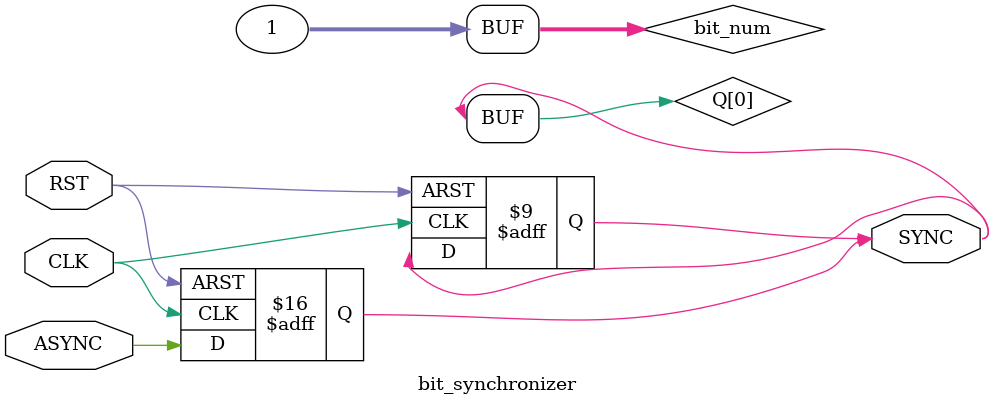
<source format=v>
module bit_synchronizer #(parameter BUS_WIDTH = 1, parameter NUM_STAGES = 1)
(
	input wire [BUS_WIDTH-1 : 0] ASYNC,
	input wire CLK,
	input wire RST,
	output reg [BUS_WIDTH-1 : 0] SYNC
);

	integer bit_num, stage_num;
	reg [NUM_STAGES-1 : 0] Q [BUS_WIDTH-1 : 0];

    /*
	        Q[0][0] = ASYNC[0];
	        Q[0][1] = ASYNC[1];
	        Q[0][2] = ASYNC[2];
	        .
	        .
	        .
	        Q[1][0] = Q[0][0];
	        Q[1][1] = Q[0][1];
	        Q[1][2] = Q[0][2];
	        Q[2][0] = Q[1][0];
	        Q[2][1] = Q[1][1];
	        Q[2][2] = Q[1][2];
	        .
	        .
	        .
            SYNC[0] = Q[NUM_STAGE-1][0]
            SYNC[1] = Q[NUM_STAGE-1][1]
            SYNC[2] = Q[NUM_STAGE-1][2]
            .
            .
            .
	    */

	always@(posedge CLK or negedge RST)
	begin
        if(!RST)
        begin
            for(bit_num = 0; bit_num < BUS_WIDTH; bit_num = bit_num + 1)
            begin
                Q[bit_num] <= 'd0;
                SYNC = 'd0;
            end
        end
        else
        begin
            for(bit_num = 0; bit_num < BUS_WIDTH; bit_num = bit_num + 1)
		    begin
			    Q[bit_num][0] <= ASYNC[bit_num];
		    end
	        for(stage_num = 1; stage_num < NUM_STAGES; stage_num = stage_num + 1)
	        begin
			    for(bit_num = 0; bit_num < BUS_WIDTH; bit_num = bit_num + 1)
			    begin
				    Q[bit_num][stage_num] <= Q[bit_num][stage_num - 1];
			    end
		    end
        end
	end

    always@(*)
    begin
        for(bit_num = 0; bit_num < BUS_WIDTH; bit_num = bit_num + 1)
        begin
          SYNC[bit_num] = Q[bit_num][NUM_STAGES - 1];  
        end
    end


endmodule
</source>
